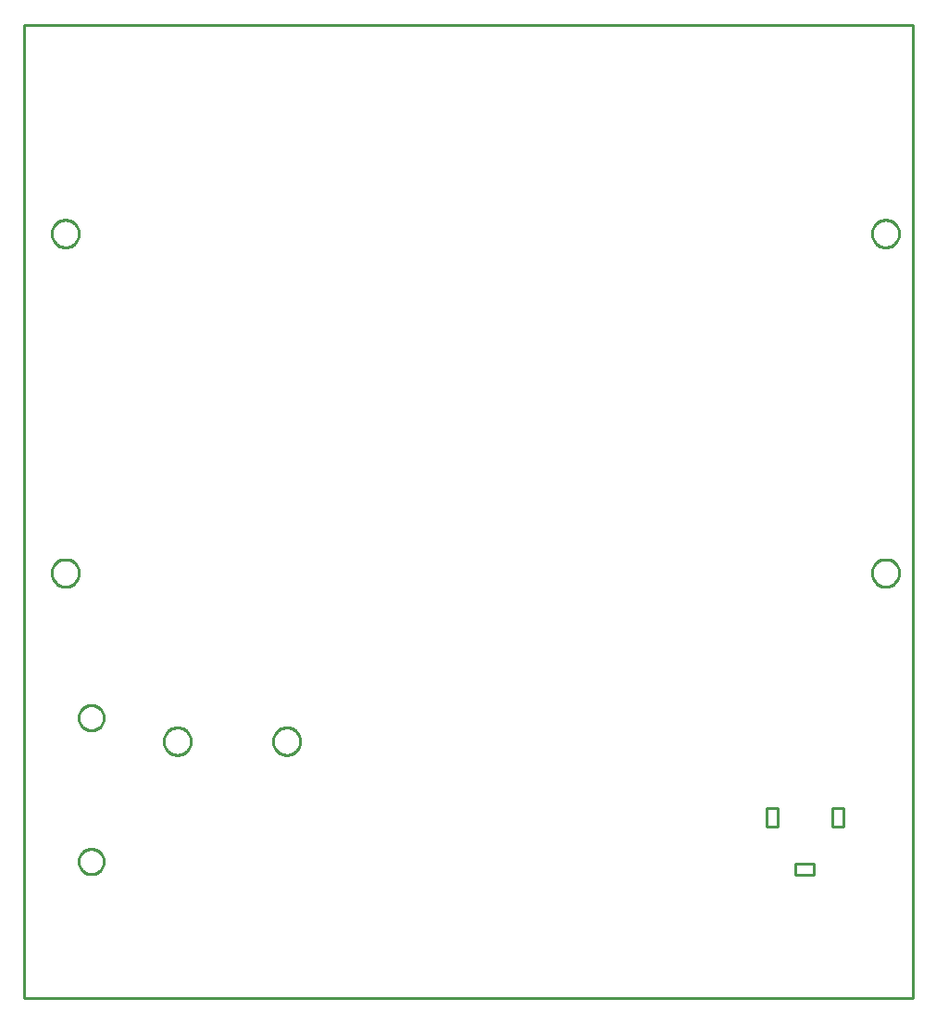
<source format=gbr>
G04 EAGLE Gerber RS-274X export*
G75*
%MOMM*%
%FSLAX34Y34*%
%LPD*%
%IN*%
%IPPOS*%
%AMOC8*
5,1,8,0,0,1.08239X$1,22.5*%
G01*
%ADD10C,0.254000*%


D10*
X0Y0D02*
X812800Y0D01*
X812800Y889000D01*
X0Y889000D01*
X0Y0D01*
X705800Y113600D02*
X705802Y113556D01*
X705808Y113513D01*
X705817Y113471D01*
X705830Y113429D01*
X705847Y113389D01*
X705867Y113350D01*
X705890Y113313D01*
X705917Y113279D01*
X705946Y113246D01*
X705979Y113217D01*
X706013Y113190D01*
X706050Y113167D01*
X706089Y113147D01*
X706129Y113130D01*
X706171Y113117D01*
X706213Y113108D01*
X706256Y113102D01*
X706300Y113100D01*
X722300Y113100D01*
X722344Y113102D01*
X722387Y113108D01*
X722429Y113117D01*
X722471Y113130D01*
X722511Y113147D01*
X722550Y113167D01*
X722587Y113190D01*
X722621Y113217D01*
X722654Y113246D01*
X722683Y113279D01*
X722710Y113313D01*
X722733Y113350D01*
X722753Y113389D01*
X722770Y113429D01*
X722783Y113471D01*
X722792Y113513D01*
X722798Y113556D01*
X722800Y113600D01*
X722800Y122600D01*
X722798Y122644D01*
X722792Y122687D01*
X722783Y122729D01*
X722770Y122771D01*
X722753Y122811D01*
X722733Y122850D01*
X722710Y122887D01*
X722683Y122921D01*
X722654Y122954D01*
X722621Y122983D01*
X722587Y123010D01*
X722550Y123033D01*
X722511Y123053D01*
X722471Y123070D01*
X722429Y123083D01*
X722387Y123092D01*
X722344Y123098D01*
X722300Y123100D01*
X706300Y123100D01*
X706256Y123098D01*
X706213Y123092D01*
X706171Y123083D01*
X706129Y123070D01*
X706089Y123053D01*
X706050Y123033D01*
X706013Y123010D01*
X705979Y122983D01*
X705946Y122954D01*
X705917Y122921D01*
X705890Y122887D01*
X705867Y122850D01*
X705847Y122811D01*
X705830Y122771D01*
X705817Y122729D01*
X705808Y122687D01*
X705802Y122644D01*
X705800Y122600D01*
X705800Y113600D01*
X739300Y157100D02*
X739302Y157056D01*
X739308Y157013D01*
X739317Y156971D01*
X739330Y156929D01*
X739347Y156889D01*
X739367Y156850D01*
X739390Y156813D01*
X739417Y156779D01*
X739446Y156746D01*
X739479Y156717D01*
X739513Y156690D01*
X739550Y156667D01*
X739589Y156647D01*
X739629Y156630D01*
X739671Y156617D01*
X739713Y156608D01*
X739756Y156602D01*
X739800Y156600D01*
X748800Y156600D01*
X748844Y156602D01*
X748887Y156608D01*
X748929Y156617D01*
X748971Y156630D01*
X749011Y156647D01*
X749050Y156667D01*
X749087Y156690D01*
X749121Y156717D01*
X749154Y156746D01*
X749183Y156779D01*
X749210Y156813D01*
X749233Y156850D01*
X749253Y156889D01*
X749270Y156929D01*
X749283Y156971D01*
X749292Y157013D01*
X749298Y157056D01*
X749300Y157100D01*
X749300Y173100D01*
X749298Y173144D01*
X749292Y173187D01*
X749283Y173229D01*
X749270Y173271D01*
X749253Y173311D01*
X749233Y173350D01*
X749210Y173387D01*
X749183Y173421D01*
X749154Y173454D01*
X749121Y173483D01*
X749087Y173510D01*
X749050Y173533D01*
X749011Y173553D01*
X748971Y173570D01*
X748929Y173583D01*
X748887Y173592D01*
X748844Y173598D01*
X748800Y173600D01*
X739800Y173600D01*
X739756Y173598D01*
X739713Y173592D01*
X739671Y173583D01*
X739629Y173570D01*
X739589Y173553D01*
X739550Y173533D01*
X739513Y173510D01*
X739479Y173483D01*
X739446Y173454D01*
X739417Y173421D01*
X739390Y173387D01*
X739367Y173350D01*
X739347Y173311D01*
X739330Y173271D01*
X739317Y173229D01*
X739308Y173187D01*
X739302Y173144D01*
X739300Y173100D01*
X739300Y157100D01*
X679300Y157100D02*
X679302Y157056D01*
X679308Y157013D01*
X679317Y156971D01*
X679330Y156929D01*
X679347Y156889D01*
X679367Y156850D01*
X679390Y156813D01*
X679417Y156779D01*
X679446Y156746D01*
X679479Y156717D01*
X679513Y156690D01*
X679550Y156667D01*
X679589Y156647D01*
X679629Y156630D01*
X679671Y156617D01*
X679713Y156608D01*
X679756Y156602D01*
X679800Y156600D01*
X688800Y156600D01*
X688844Y156602D01*
X688887Y156608D01*
X688929Y156617D01*
X688971Y156630D01*
X689011Y156647D01*
X689050Y156667D01*
X689087Y156690D01*
X689121Y156717D01*
X689154Y156746D01*
X689183Y156779D01*
X689210Y156813D01*
X689233Y156850D01*
X689253Y156889D01*
X689270Y156929D01*
X689283Y156971D01*
X689292Y157013D01*
X689298Y157056D01*
X689300Y157100D01*
X689300Y173100D01*
X689298Y173144D01*
X689292Y173187D01*
X689283Y173229D01*
X689270Y173271D01*
X689253Y173311D01*
X689233Y173350D01*
X689210Y173387D01*
X689183Y173421D01*
X689154Y173454D01*
X689121Y173483D01*
X689087Y173510D01*
X689050Y173533D01*
X689011Y173553D01*
X688971Y173570D01*
X688929Y173583D01*
X688887Y173592D01*
X688844Y173598D01*
X688800Y173600D01*
X679800Y173600D01*
X679756Y173598D01*
X679713Y173592D01*
X679671Y173583D01*
X679629Y173570D01*
X679589Y173553D01*
X679550Y173533D01*
X679513Y173510D01*
X679479Y173483D01*
X679446Y173454D01*
X679417Y173421D01*
X679390Y173387D01*
X679367Y173350D01*
X679347Y173311D01*
X679330Y173271D01*
X679317Y173229D01*
X679308Y173187D01*
X679302Y173144D01*
X679300Y173100D01*
X679300Y157100D01*
X228000Y235291D02*
X228077Y236270D01*
X228231Y237241D01*
X228460Y238196D01*
X228764Y239130D01*
X229139Y240037D01*
X229585Y240912D01*
X230099Y241750D01*
X230676Y242545D01*
X231314Y243292D01*
X232008Y243986D01*
X232755Y244624D01*
X233550Y245201D01*
X234388Y245715D01*
X235263Y246161D01*
X236170Y246536D01*
X237104Y246840D01*
X238060Y247069D01*
X239030Y247223D01*
X240009Y247300D01*
X240991Y247300D01*
X241970Y247223D01*
X242941Y247069D01*
X243896Y246840D01*
X244830Y246536D01*
X245737Y246161D01*
X246612Y245715D01*
X247450Y245201D01*
X248245Y244624D01*
X248992Y243986D01*
X249686Y243292D01*
X250324Y242545D01*
X250901Y241750D01*
X251415Y240912D01*
X251861Y240037D01*
X252236Y239130D01*
X252540Y238196D01*
X252769Y237241D01*
X252923Y236270D01*
X253000Y235291D01*
X253000Y234309D01*
X252923Y233330D01*
X252769Y232360D01*
X252540Y231404D01*
X252236Y230470D01*
X251861Y229563D01*
X251415Y228688D01*
X250901Y227850D01*
X250324Y227055D01*
X249686Y226308D01*
X248992Y225614D01*
X248245Y224976D01*
X247450Y224399D01*
X246612Y223885D01*
X245737Y223439D01*
X244830Y223064D01*
X243896Y222760D01*
X242941Y222531D01*
X241970Y222377D01*
X240991Y222300D01*
X240009Y222300D01*
X239030Y222377D01*
X238060Y222531D01*
X237104Y222760D01*
X236170Y223064D01*
X235263Y223439D01*
X234388Y223885D01*
X233550Y224399D01*
X232755Y224976D01*
X232008Y225614D01*
X231314Y226308D01*
X230676Y227055D01*
X230099Y227850D01*
X229585Y228688D01*
X229139Y229563D01*
X228764Y230470D01*
X228460Y231404D01*
X228231Y232360D01*
X228077Y233330D01*
X228000Y234309D01*
X228000Y235291D01*
X128000Y235291D02*
X128077Y236270D01*
X128231Y237241D01*
X128460Y238196D01*
X128764Y239130D01*
X129139Y240037D01*
X129585Y240912D01*
X130099Y241750D01*
X130676Y242545D01*
X131314Y243292D01*
X132008Y243986D01*
X132755Y244624D01*
X133550Y245201D01*
X134388Y245715D01*
X135263Y246161D01*
X136170Y246536D01*
X137104Y246840D01*
X138060Y247069D01*
X139030Y247223D01*
X140009Y247300D01*
X140991Y247300D01*
X141970Y247223D01*
X142941Y247069D01*
X143896Y246840D01*
X144830Y246536D01*
X145737Y246161D01*
X146612Y245715D01*
X147450Y245201D01*
X148245Y244624D01*
X148992Y243986D01*
X149686Y243292D01*
X150324Y242545D01*
X150901Y241750D01*
X151415Y240912D01*
X151861Y240037D01*
X152236Y239130D01*
X152540Y238196D01*
X152769Y237241D01*
X152923Y236270D01*
X153000Y235291D01*
X153000Y234309D01*
X152923Y233330D01*
X152769Y232360D01*
X152540Y231404D01*
X152236Y230470D01*
X151861Y229563D01*
X151415Y228688D01*
X150901Y227850D01*
X150324Y227055D01*
X149686Y226308D01*
X148992Y225614D01*
X148245Y224976D01*
X147450Y224399D01*
X146612Y223885D01*
X145737Y223439D01*
X144830Y223064D01*
X143896Y222760D01*
X142941Y222531D01*
X141970Y222377D01*
X140991Y222300D01*
X140009Y222300D01*
X139030Y222377D01*
X138060Y222531D01*
X137104Y222760D01*
X136170Y223064D01*
X135263Y223439D01*
X134388Y223885D01*
X133550Y224399D01*
X132755Y224976D01*
X132008Y225614D01*
X131314Y226308D01*
X130676Y227055D01*
X130099Y227850D01*
X129585Y228688D01*
X129139Y229563D01*
X128764Y230470D01*
X128460Y231404D01*
X128231Y232360D01*
X128077Y233330D01*
X128000Y234309D01*
X128000Y235291D01*
X61348Y136300D02*
X60447Y136229D01*
X59555Y136088D01*
X58676Y135877D01*
X57817Y135598D01*
X56982Y135252D01*
X56177Y134841D01*
X55406Y134369D01*
X54675Y133838D01*
X53988Y133251D01*
X53349Y132612D01*
X52762Y131925D01*
X52231Y131194D01*
X51759Y130423D01*
X51348Y129618D01*
X51002Y128783D01*
X50723Y127924D01*
X50512Y127045D01*
X50371Y126153D01*
X50300Y125252D01*
X50300Y124348D01*
X50371Y123447D01*
X50512Y122555D01*
X50723Y121676D01*
X51002Y120817D01*
X51348Y119982D01*
X51759Y119177D01*
X52231Y118406D01*
X52762Y117675D01*
X53349Y116988D01*
X53988Y116349D01*
X54675Y115762D01*
X55406Y115231D01*
X56177Y114759D01*
X56982Y114348D01*
X57817Y114002D01*
X58676Y113723D01*
X59555Y113512D01*
X60447Y113371D01*
X61348Y113300D01*
X62252Y113300D01*
X63153Y113371D01*
X64045Y113512D01*
X64924Y113723D01*
X65783Y114002D01*
X66618Y114348D01*
X67423Y114759D01*
X68194Y115231D01*
X68925Y115762D01*
X69612Y116349D01*
X70251Y116988D01*
X70838Y117675D01*
X71369Y118406D01*
X71841Y119177D01*
X72252Y119982D01*
X72598Y120817D01*
X72877Y121676D01*
X73088Y122555D01*
X73229Y123447D01*
X73300Y124348D01*
X73300Y125252D01*
X73229Y126153D01*
X73088Y127045D01*
X72877Y127924D01*
X72598Y128783D01*
X72252Y129618D01*
X71841Y130423D01*
X71369Y131194D01*
X70838Y131925D01*
X70251Y132612D01*
X69612Y133251D01*
X68925Y133838D01*
X68194Y134369D01*
X67423Y134841D01*
X66618Y135252D01*
X65783Y135598D01*
X64924Y135877D01*
X64045Y136088D01*
X63153Y136229D01*
X62252Y136300D01*
X61348Y136300D01*
X61348Y267700D02*
X60447Y267629D01*
X59555Y267488D01*
X58676Y267277D01*
X57817Y266998D01*
X56982Y266652D01*
X56177Y266241D01*
X55406Y265769D01*
X54675Y265238D01*
X53988Y264651D01*
X53349Y264012D01*
X52762Y263325D01*
X52231Y262594D01*
X51759Y261823D01*
X51348Y261018D01*
X51002Y260183D01*
X50723Y259324D01*
X50512Y258445D01*
X50371Y257553D01*
X50300Y256652D01*
X50300Y255748D01*
X50371Y254847D01*
X50512Y253955D01*
X50723Y253076D01*
X51002Y252217D01*
X51348Y251382D01*
X51759Y250577D01*
X52231Y249806D01*
X52762Y249075D01*
X53349Y248388D01*
X53988Y247749D01*
X54675Y247162D01*
X55406Y246631D01*
X56177Y246159D01*
X56982Y245748D01*
X57817Y245402D01*
X58676Y245123D01*
X59555Y244912D01*
X60447Y244771D01*
X61348Y244700D01*
X62252Y244700D01*
X63153Y244771D01*
X64045Y244912D01*
X64924Y245123D01*
X65783Y245402D01*
X66618Y245748D01*
X67423Y246159D01*
X68194Y246631D01*
X68925Y247162D01*
X69612Y247749D01*
X70251Y248388D01*
X70838Y249075D01*
X71369Y249806D01*
X71841Y250577D01*
X72252Y251382D01*
X72598Y252217D01*
X72877Y253076D01*
X73088Y253955D01*
X73229Y254847D01*
X73300Y255748D01*
X73300Y256652D01*
X73229Y257553D01*
X73088Y258445D01*
X72877Y259324D01*
X72598Y260183D01*
X72252Y261018D01*
X71841Y261823D01*
X71369Y262594D01*
X70838Y263325D01*
X70251Y264012D01*
X69612Y264651D01*
X68925Y265238D01*
X68194Y265769D01*
X67423Y266241D01*
X66618Y266652D01*
X65783Y266998D01*
X64924Y267277D01*
X64045Y267488D01*
X63153Y267629D01*
X62252Y267700D01*
X61348Y267700D01*
X50600Y698009D02*
X50523Y697030D01*
X50369Y696060D01*
X50140Y695104D01*
X49836Y694170D01*
X49461Y693263D01*
X49015Y692388D01*
X48501Y691550D01*
X47924Y690755D01*
X47286Y690008D01*
X46592Y689314D01*
X45845Y688676D01*
X45050Y688099D01*
X44212Y687585D01*
X43337Y687139D01*
X42430Y686764D01*
X41496Y686460D01*
X40541Y686231D01*
X39570Y686077D01*
X38591Y686000D01*
X37609Y686000D01*
X36630Y686077D01*
X35660Y686231D01*
X34704Y686460D01*
X33770Y686764D01*
X32863Y687139D01*
X31988Y687585D01*
X31150Y688099D01*
X30355Y688676D01*
X29608Y689314D01*
X28914Y690008D01*
X28276Y690755D01*
X27699Y691550D01*
X27185Y692388D01*
X26739Y693263D01*
X26364Y694170D01*
X26060Y695104D01*
X25831Y696060D01*
X25677Y697030D01*
X25600Y698009D01*
X25600Y698991D01*
X25677Y699970D01*
X25831Y700941D01*
X26060Y701896D01*
X26364Y702830D01*
X26739Y703737D01*
X27185Y704612D01*
X27699Y705450D01*
X28276Y706245D01*
X28914Y706992D01*
X29608Y707686D01*
X30355Y708324D01*
X31150Y708901D01*
X31988Y709415D01*
X32863Y709861D01*
X33770Y710236D01*
X34704Y710540D01*
X35660Y710769D01*
X36630Y710923D01*
X37609Y711000D01*
X38591Y711000D01*
X39570Y710923D01*
X40541Y710769D01*
X41496Y710540D01*
X42430Y710236D01*
X43337Y709861D01*
X44212Y709415D01*
X45050Y708901D01*
X45845Y708324D01*
X46592Y707686D01*
X47286Y706992D01*
X47924Y706245D01*
X48501Y705450D01*
X49015Y704612D01*
X49461Y703737D01*
X49836Y702830D01*
X50140Y701896D01*
X50369Y700941D01*
X50523Y699970D01*
X50600Y698991D01*
X50600Y698009D01*
X800600Y698009D02*
X800523Y697030D01*
X800369Y696060D01*
X800140Y695104D01*
X799836Y694170D01*
X799461Y693263D01*
X799015Y692388D01*
X798501Y691550D01*
X797924Y690755D01*
X797286Y690008D01*
X796592Y689314D01*
X795845Y688676D01*
X795050Y688099D01*
X794212Y687585D01*
X793337Y687139D01*
X792430Y686764D01*
X791496Y686460D01*
X790541Y686231D01*
X789570Y686077D01*
X788591Y686000D01*
X787609Y686000D01*
X786630Y686077D01*
X785660Y686231D01*
X784704Y686460D01*
X783770Y686764D01*
X782863Y687139D01*
X781988Y687585D01*
X781150Y688099D01*
X780355Y688676D01*
X779608Y689314D01*
X778914Y690008D01*
X778276Y690755D01*
X777699Y691550D01*
X777185Y692388D01*
X776739Y693263D01*
X776364Y694170D01*
X776060Y695104D01*
X775831Y696060D01*
X775677Y697030D01*
X775600Y698009D01*
X775600Y698991D01*
X775677Y699970D01*
X775831Y700941D01*
X776060Y701896D01*
X776364Y702830D01*
X776739Y703737D01*
X777185Y704612D01*
X777699Y705450D01*
X778276Y706245D01*
X778914Y706992D01*
X779608Y707686D01*
X780355Y708324D01*
X781150Y708901D01*
X781988Y709415D01*
X782863Y709861D01*
X783770Y710236D01*
X784704Y710540D01*
X785660Y710769D01*
X786630Y710923D01*
X787609Y711000D01*
X788591Y711000D01*
X789570Y710923D01*
X790541Y710769D01*
X791496Y710540D01*
X792430Y710236D01*
X793337Y709861D01*
X794212Y709415D01*
X795050Y708901D01*
X795845Y708324D01*
X796592Y707686D01*
X797286Y706992D01*
X797924Y706245D01*
X798501Y705450D01*
X799015Y704612D01*
X799461Y703737D01*
X799836Y702830D01*
X800140Y701896D01*
X800369Y700941D01*
X800523Y699970D01*
X800600Y698991D01*
X800600Y698009D01*
X50600Y388009D02*
X50523Y387030D01*
X50369Y386060D01*
X50140Y385104D01*
X49836Y384170D01*
X49461Y383263D01*
X49015Y382388D01*
X48501Y381550D01*
X47924Y380755D01*
X47286Y380008D01*
X46592Y379314D01*
X45845Y378676D01*
X45050Y378099D01*
X44212Y377585D01*
X43337Y377139D01*
X42430Y376764D01*
X41496Y376460D01*
X40541Y376231D01*
X39570Y376077D01*
X38591Y376000D01*
X37609Y376000D01*
X36630Y376077D01*
X35660Y376231D01*
X34704Y376460D01*
X33770Y376764D01*
X32863Y377139D01*
X31988Y377585D01*
X31150Y378099D01*
X30355Y378676D01*
X29608Y379314D01*
X28914Y380008D01*
X28276Y380755D01*
X27699Y381550D01*
X27185Y382388D01*
X26739Y383263D01*
X26364Y384170D01*
X26060Y385104D01*
X25831Y386060D01*
X25677Y387030D01*
X25600Y388009D01*
X25600Y388991D01*
X25677Y389970D01*
X25831Y390941D01*
X26060Y391896D01*
X26364Y392830D01*
X26739Y393737D01*
X27185Y394612D01*
X27699Y395450D01*
X28276Y396245D01*
X28914Y396992D01*
X29608Y397686D01*
X30355Y398324D01*
X31150Y398901D01*
X31988Y399415D01*
X32863Y399861D01*
X33770Y400236D01*
X34704Y400540D01*
X35660Y400769D01*
X36630Y400923D01*
X37609Y401000D01*
X38591Y401000D01*
X39570Y400923D01*
X40541Y400769D01*
X41496Y400540D01*
X42430Y400236D01*
X43337Y399861D01*
X44212Y399415D01*
X45050Y398901D01*
X45845Y398324D01*
X46592Y397686D01*
X47286Y396992D01*
X47924Y396245D01*
X48501Y395450D01*
X49015Y394612D01*
X49461Y393737D01*
X49836Y392830D01*
X50140Y391896D01*
X50369Y390941D01*
X50523Y389970D01*
X50600Y388991D01*
X50600Y388009D01*
X800600Y388009D02*
X800523Y387030D01*
X800369Y386060D01*
X800140Y385104D01*
X799836Y384170D01*
X799461Y383263D01*
X799015Y382388D01*
X798501Y381550D01*
X797924Y380755D01*
X797286Y380008D01*
X796592Y379314D01*
X795845Y378676D01*
X795050Y378099D01*
X794212Y377585D01*
X793337Y377139D01*
X792430Y376764D01*
X791496Y376460D01*
X790541Y376231D01*
X789570Y376077D01*
X788591Y376000D01*
X787609Y376000D01*
X786630Y376077D01*
X785660Y376231D01*
X784704Y376460D01*
X783770Y376764D01*
X782863Y377139D01*
X781988Y377585D01*
X781150Y378099D01*
X780355Y378676D01*
X779608Y379314D01*
X778914Y380008D01*
X778276Y380755D01*
X777699Y381550D01*
X777185Y382388D01*
X776739Y383263D01*
X776364Y384170D01*
X776060Y385104D01*
X775831Y386060D01*
X775677Y387030D01*
X775600Y388009D01*
X775600Y388991D01*
X775677Y389970D01*
X775831Y390941D01*
X776060Y391896D01*
X776364Y392830D01*
X776739Y393737D01*
X777185Y394612D01*
X777699Y395450D01*
X778276Y396245D01*
X778914Y396992D01*
X779608Y397686D01*
X780355Y398324D01*
X781150Y398901D01*
X781988Y399415D01*
X782863Y399861D01*
X783770Y400236D01*
X784704Y400540D01*
X785660Y400769D01*
X786630Y400923D01*
X787609Y401000D01*
X788591Y401000D01*
X789570Y400923D01*
X790541Y400769D01*
X791496Y400540D01*
X792430Y400236D01*
X793337Y399861D01*
X794212Y399415D01*
X795050Y398901D01*
X795845Y398324D01*
X796592Y397686D01*
X797286Y396992D01*
X797924Y396245D01*
X798501Y395450D01*
X799015Y394612D01*
X799461Y393737D01*
X799836Y392830D01*
X800140Y391896D01*
X800369Y390941D01*
X800523Y389970D01*
X800600Y388991D01*
X800600Y388009D01*
M02*

</source>
